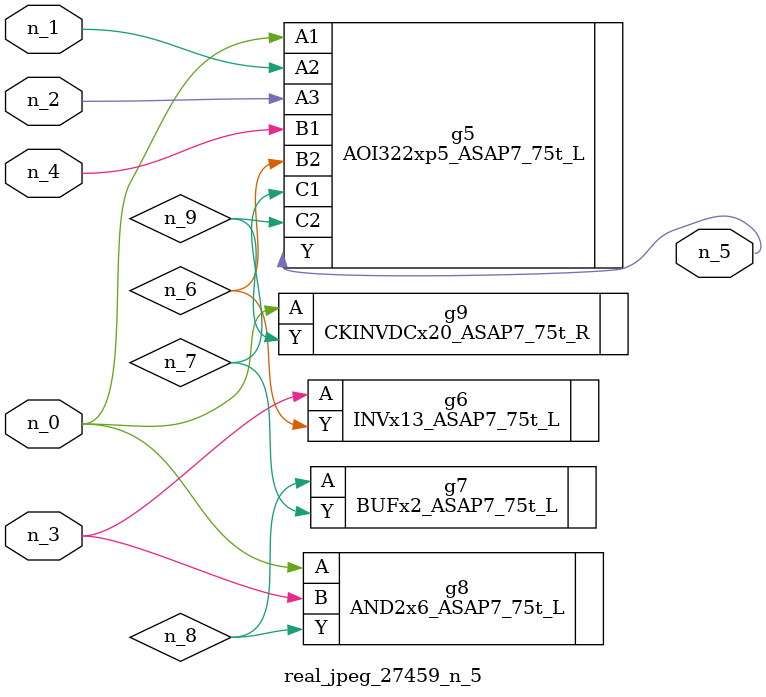
<source format=v>
module real_jpeg_27459_n_5 (n_4, n_0, n_1, n_2, n_3, n_5);

input n_4;
input n_0;
input n_1;
input n_2;
input n_3;

output n_5;

wire n_8;
wire n_6;
wire n_7;
wire n_9;

AOI322xp5_ASAP7_75t_L g5 ( 
.A1(n_0),
.A2(n_1),
.A3(n_2),
.B1(n_4),
.B2(n_6),
.C1(n_7),
.C2(n_9),
.Y(n_5)
);

AND2x6_ASAP7_75t_L g8 ( 
.A(n_0),
.B(n_3),
.Y(n_8)
);

CKINVDCx20_ASAP7_75t_R g9 ( 
.A(n_0),
.Y(n_9)
);

INVx13_ASAP7_75t_L g6 ( 
.A(n_3),
.Y(n_6)
);

BUFx2_ASAP7_75t_L g7 ( 
.A(n_8),
.Y(n_7)
);


endmodule
</source>
